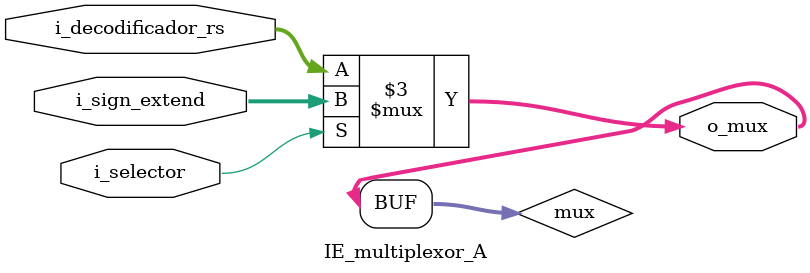
<source format=v>
`timescale 1ns / 1ps



module IE_multiplexor_A
#(
    parameter               NB_INST         =   32,         // Longitud de registro con signo
    parameter               NB_SELECTOR     =   2           // Longitud del selector
)
(
    // INPUTS   
    input   wire    [NB_INST-1:0]               i_decodificador_rs,
    input   wire    [NB_INST-1:0]               i_sign_extend,
    input   wire                                i_selector,
    output  wire    [NB_INST-1:0]               o_mux
);

    // INTERNAL
    reg         [NB_INST-1:0]               mux;

    always @(*) begin
      if(i_selector) begin               
            mux <= i_sign_extend;
      end 
      else begin
            mux <= i_decodificador_rs;
      end
    end


    // OUTPUT
    assign o_mux = mux;
endmodule
</source>
